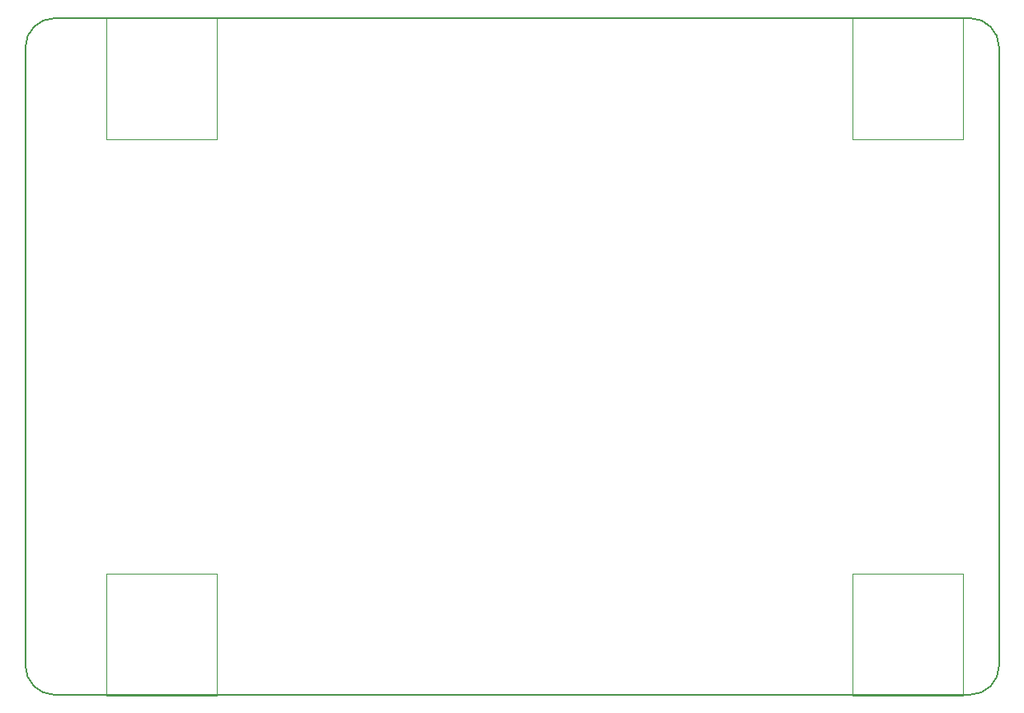
<source format=gbr>
%TF.GenerationSoftware,KiCad,Pcbnew,5.1.10*%
%TF.CreationDate,2021-07-27T11:18:45+02:00*%
%TF.ProjectId,lxbmc,6c78626d-632e-46b6-9963-61645f706362,rev?*%
%TF.SameCoordinates,Original*%
%TF.FileFunction,Other,User*%
%FSLAX45Y45*%
G04 Gerber Fmt 4.5, Leading zero omitted, Abs format (unit mm)*
G04 Created by KiCad (PCBNEW 5.1.10) date 2021-07-27 11:18:45*
%MOMM*%
%LPD*%
G01*
G04 APERTURE LIST*
%TA.AperFunction,Profile*%
%ADD10C,0.200000*%
%TD*%
%ADD11C,0.100000*%
G04 APERTURE END LIST*
D10*
X300000Y-6950000D02*
G75*
G02*
X0Y-6650000I0J300000D01*
G01*
X0Y-300000D02*
G75*
G02*
X300000Y0I300000J0D01*
G01*
X10000000Y-6650000D02*
G75*
G02*
X9700000Y-6950000I-300000J0D01*
G01*
X9700000Y0D02*
G75*
G02*
X10000000Y-300000I0J-300000D01*
G01*
X300000Y0D02*
X9700000Y0D01*
X0Y-6650000D02*
X0Y-300000D01*
X10000000Y-300000D02*
X10000000Y-6650000D01*
X9700000Y-6950000D02*
X300000Y-6950000D01*
D11*
X8492500Y-5707500D02*
X8492500Y-6958000D01*
X9627500Y-5707500D02*
X8492500Y-5707500D01*
X9627500Y-6958000D02*
X9627500Y-5707500D01*
X8492500Y-6958000D02*
X9627500Y-6958000D01*
X9627500Y-1242500D02*
X9627500Y8000D01*
X8492500Y-1242500D02*
X9627500Y-1242500D01*
X8492500Y8000D02*
X8492500Y-1242500D01*
X9627500Y8000D02*
X8492500Y8000D01*
X832500Y-5707500D02*
X832500Y-6958000D01*
X1967500Y-5707500D02*
X832500Y-5707500D01*
X1967500Y-6958000D02*
X1967500Y-5707500D01*
X832500Y-6958000D02*
X1967500Y-6958000D01*
X1967500Y-1242500D02*
X1967500Y8000D01*
X832500Y-1242500D02*
X1967500Y-1242500D01*
X832500Y8000D02*
X832500Y-1242500D01*
X1967500Y8000D02*
X832500Y8000D01*
M02*

</source>
